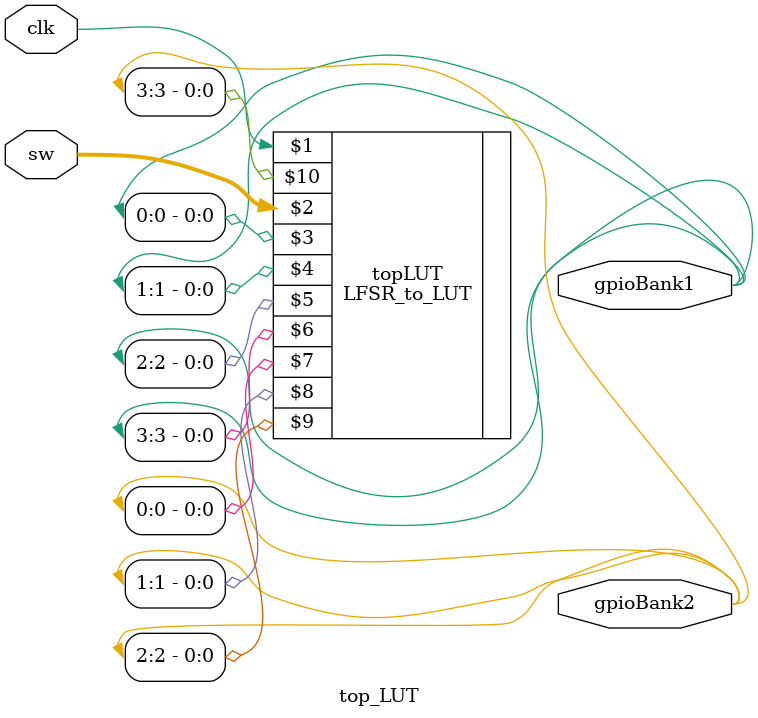
<source format=v>
`timescale 1ns / 1ps
module top_LUT(output [3:0]gpioBank1, output [3:0]gpioBank2, input clk, input [7:0]sw);

	LFSR_to_LUT topLUT(clk, sw[7:0], gpioBank1[0], gpioBank1[1], gpioBank1[2], gpioBank1[3], gpioBank2[0], gpioBank2[1], gpioBank2[2], gpioBank2[3]);

endmodule
</source>
